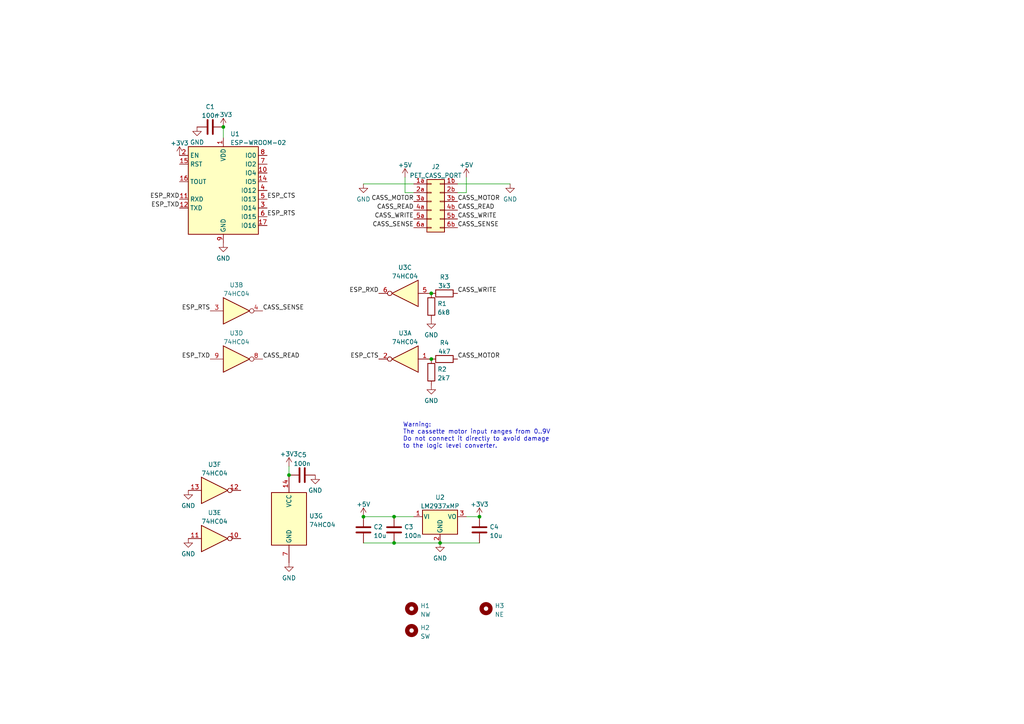
<source format=kicad_sch>
(kicad_sch (version 20211123) (generator eeschema)
  (paper "A4")
  (lib_symbols
    (symbol "74xx:74HC04"
      (property "Reference" "U" (at 0 1.27 0))
      (property "Value" "74HC04" (at 0 -1.27 0))
      (symbol "74HC04_1_0"
        (polyline (pts (xy -3.81 3.81) (xy -3.81 -3.81) (xy 3.81 0) (xy -3.81 3.81)) (stroke (width 0.254)) (fill (type background)))
        (pin input line (at -7.62 0 0) (length 3.81) (name "~") (number "1"))
        (pin output inverted (at 7.62 0 180) (length 3.81) (name "~") (number "2"))
      )
      (symbol "74HC04_2_0"
        (polyline (pts (xy -3.81 3.81) (xy -3.81 -3.81) (xy 3.81 0) (xy -3.81 3.81)) (stroke (width 0.254)) (fill (type background)))
        (pin input line (at -7.62 0 0) (length 3.81) (name "~") (number "3"))
        (pin output inverted (at 7.62 0 180) (length 3.81) (name "~") (number "4"))
      )
      (symbol "74HC04_3_0"
        (polyline (pts (xy -3.81 3.81) (xy -3.81 -3.81) (xy 3.81 0) (xy -3.81 3.81)) (stroke (width 0.254)) (fill (type background)))
        (pin input line (at -7.62 0 0) (length 3.81) (name "~") (number "5"))
        (pin output inverted (at 7.62 0 180) (length 3.81) (name "~") (number "6"))
      )
      (symbol "74HC04_4_0"
        (polyline (pts (xy -3.81 3.81) (xy -3.81 -3.81) (xy 3.81 0) (xy -3.81 3.81)) (stroke (width 0.254)) (fill (type background)))
        (pin output inverted (at 7.62 0 180) (length 3.81) (name "~") (number "8"))
        (pin input line (at -7.62 0 0) (length 3.81) (name "~") (number "9"))
      )
      (symbol "74HC04_5_0"
        (polyline (pts (xy -3.81 3.81) (xy -3.81 -3.81) (xy 3.81 0) (xy -3.81 3.81)) (stroke (width 0.254)) (fill (type background)))
        (pin output inverted (at 7.62 0 180) (length 3.81) (name "~") (number "10"))
        (pin input line (at -7.62 0 0) (length 3.81) (name "~") (number "11"))
      )
      (symbol "74HC04_6_0"
        (polyline (pts (xy -3.81 3.81) (xy -3.81 -3.81) (xy 3.81 0) (xy -3.81 3.81)) (stroke (width 0.254)) (fill (type background)))
        (pin output inverted (at 7.62 0 180) (length 3.81) (name "~") (number "12"))
        (pin input line (at -7.62 0 0) (length 3.81) (name "~") (number "13"))
      )
      (symbol "74HC04_7_0"
        (pin power_in line (at 0 12.7 270) (length 5.08) (name "VCC") (number "14"))
        (pin power_in line (at 0 -12.7 90) (length 5.08) (name "GND") (number "7"))
      )
      (symbol "74HC04_7_1"
        (rectangle (start -5.08 7.62) (end 5.08 -7.62) (stroke (width 0.254)) (fill (type background)))
      )
    )
    (symbol "Connector_Generic:Conn_02x06_Row_Letter_Last" (pin_names (offset 1.016) hide)
      (property "Reference" "J" (at 1.27 7.62 0))
      (property "Value" "Conn_02x06_Row_Letter_Last" (at 1.27 -10.16 0))
      (symbol "Conn_02x06_Row_Letter_Last_1_1"
        (rectangle (start -1.27 -7.493) (end 0 -7.747) (stroke (width 0.1524)))
        (rectangle (start -1.27 -4.953) (end 0 -5.207) (stroke (width 0.1524)))
        (rectangle (start -1.27 -2.413) (end 0 -2.667) (stroke (width 0.1524)))
        (rectangle (start -1.27 0.127) (end 0 -0.127) (stroke (width 0.1524)))
        (rectangle (start -1.27 2.667) (end 0 2.413) (stroke (width 0.1524)))
        (rectangle (start -1.27 5.207) (end 0 4.953) (stroke (width 0.1524)))
        (rectangle (start -1.27 6.35) (end 3.81 -8.89) (stroke (width 0.254)) (fill (type background)))
        (rectangle (start 3.81 -7.493) (end 2.54 -7.747) (stroke (width 0.1524)))
        (rectangle (start 3.81 -4.953) (end 2.54 -5.207) (stroke (width 0.1524)))
        (rectangle (start 3.81 -2.413) (end 2.54 -2.667) (stroke (width 0.1524)))
        (rectangle (start 3.81 0.127) (end 2.54 -0.127) (stroke (width 0.1524)))
        (rectangle (start 3.81 2.667) (end 2.54 2.413) (stroke (width 0.1524)))
        (rectangle (start 3.81 5.207) (end 2.54 4.953) (stroke (width 0.1524)))
        (pin passive line (at -5.08 5.08 0) (length 3.81) (name "Pin_1a") (number "1a"))
        (pin passive line (at 7.62 5.08 180) (length 3.81) (name "Pin_1b") (number "1b"))
        (pin passive line (at -5.08 2.54 0) (length 3.81) (name "Pin_2a") (number "2a"))
        (pin passive line (at 7.62 2.54 180) (length 3.81) (name "Pin_2b") (number "2b"))
        (pin passive line (at -5.08 0 0) (length 3.81) (name "Pin_3a") (number "3a"))
        (pin passive line (at 7.62 0 180) (length 3.81) (name "Pin_3b") (number "3b"))
        (pin passive line (at -5.08 -2.54 0) (length 3.81) (name "Pin_4a") (number "4a"))
        (pin passive line (at 7.62 -2.54 180) (length 3.81) (name "Pin_4b") (number "4b"))
        (pin passive line (at -5.08 -5.08 0) (length 3.81) (name "Pin_5a") (number "5a"))
        (pin passive line (at 7.62 -5.08 180) (length 3.81) (name "Pin_5b") (number "5b"))
        (pin passive line (at -5.08 -7.62 0) (length 3.81) (name "Pin_6a") (number "6a"))
        (pin passive line (at 7.62 -7.62 180) (length 3.81) (name "Pin_6b") (number "6b"))
      )
    )
    (symbol "Device:C" (pin_numbers hide) (pin_names (offset 0.254))
      (property "Reference" "C" (at 0.635 2.54 0))
      (property "Value" "C" (at 0.635 -2.54 0))
      (symbol "C_0_1"
        (polyline (pts (xy -2.032 -0.762) (xy 2.032 -0.762)) (stroke (width 0.508)))
        (polyline (pts (xy -2.032 0.762) (xy 2.032 0.762)) (stroke (width 0.508)))
      )
      (symbol "C_1_1"
        (pin passive line (at 0 3.81 270) (length 2.794) (name "~") (number "1"))
        (pin passive line (at 0 -3.81 90) (length 2.794) (name "~") (number "2"))
      )
    )
    (symbol "Device:R" (pin_numbers hide) (pin_names (offset 0))
      (property "Reference" "R" (at 2.032 0 90))
      (property "Value" "R" (at 0 0 90))
      (symbol "R_0_1"
        (rectangle (start -1.016 -2.54) (end 1.016 2.54) (stroke (width 0.254)))
      )
      (symbol "R_1_1"
        (pin passive line (at 0 3.81 270) (length 1.27) (name "~") (number "1"))
        (pin passive line (at 0 -3.81 90) (length 1.27) (name "~") (number "2"))
      )
    )
    (symbol "Mechanical:MountingHole" (pin_names (offset 1.016))
      (property "Reference" "H" (at 0 5.08 0))
      (property "Value" "MountingHole" (at 0 3.175 0))
      (symbol "MountingHole_0_1"
        (circle (center 0 0) (radius 1.27) (stroke (width 1.27)))
      )
    )
    (symbol "RF_Module:ESP-WROOM-02"
      (property "Reference" "U" (at -7.62 13.97 0))
      (property "Value" "ESP-WROOM-02" (at 10.16 13.97 0))
      (symbol "ESP-WROOM-02_0_1"
        (rectangle (start 10.16 12.7) (end -10.16 -12.7) (stroke (width 0.254)) (fill (type background)))
      )
      (symbol "ESP-WROOM-02_1_1"
        (pin power_in line (at 0 15.24 270) (length 2.54) (name "VDD") (number "1"))
        (pin bidirectional line (at 12.7 5.08 180) (length 2.54) (name "IO4") (number "10"))
        (pin bidirectional line (at -12.7 -2.54 0) (length 2.54) (name "RXD") (number "11"))
        (pin bidirectional line (at -12.7 -5.08 0) (length 2.54) (name "TXD") (number "12"))
        (pin passive line (at 0 -15.24 90) (length 2.54) hide (name "GND") (number "13"))
        (pin bidirectional line (at 12.7 2.54 180) (length 2.54) (name "IO5") (number "14"))
        (pin input line (at -12.7 7.62 0) (length 2.54) (name "RST") (number "15"))
        (pin input line (at -12.7 2.54 0) (length 2.54) (name "TOUT") (number "16"))
        (pin bidirectional line (at 12.7 -10.16 180) (length 2.54) (name "IO16") (number "17"))
        (pin passive line (at 0 -15.24 90) (length 2.54) hide (name "GND") (number "18"))
        (pin passive line (at 0 -15.24 90) (length 2.54) hide (name "GND") (number "19"))
        (pin input line (at -12.7 10.16 0) (length 2.54) (name "EN") (number "2"))
        (pin bidirectional line (at 12.7 -5.08 180) (length 2.54) (name "IO14") (number "3"))
        (pin bidirectional line (at 12.7 0 180) (length 2.54) (name "IO12") (number "4"))
        (pin bidirectional line (at 12.7 -2.54 180) (length 2.54) (name "IO13") (number "5"))
        (pin bidirectional line (at 12.7 -7.62 180) (length 2.54) (name "IO15") (number "6"))
        (pin bidirectional line (at 12.7 7.62 180) (length 2.54) (name "IO2") (number "7"))
        (pin bidirectional line (at 12.7 10.16 180) (length 2.54) (name "IO0") (number "8"))
        (pin power_in line (at 0 -15.24 90) (length 2.54) (name "GND") (number "9"))
      )
    )
    (symbol "Regulator_Linear:LM2937xMP" (pin_names (offset 0.254))
      (property "Reference" "U" (at -3.81 3.175 0))
      (property "Value" "LM2937xMP" (at 0 3.175 0))
      (symbol "LM2937xMP_0_1"
        (rectangle (start -5.08 -5.08) (end 5.08 1.905) (stroke (width 0.254)) (fill (type background)))
      )
      (symbol "LM2937xMP_1_1"
        (pin power_in line (at -7.62 0 0) (length 2.54) (name "VI") (number "1"))
        (pin power_in line (at 0 -7.62 90) (length 2.54) (name "GND") (number "2"))
        (pin power_out line (at 7.62 0 180) (length 2.54) (name "VO") (number "3"))
      )
    )
    (symbol "power:+3V3" (power) (pin_names (offset 0))
      (property "Value" "+3V3" (at 0 3.556 0))
      (symbol "+3V3_0_1"
        (polyline (pts (xy -0.762 1.27) (xy 0 2.54)))
        (polyline (pts (xy 0 0) (xy 0 2.54)))
        (polyline (pts (xy 0 2.54) (xy 0.762 1.27)))
      )
      (symbol "+3V3_1_1"
        (pin power_in line (at 0 0 90) (length 0) hide (name "+3V3") (number "1"))
      )
    )
    (symbol "power:+5V" (power) (pin_names (offset 0))
      (property "Value" "+5V" (at 0 3.556 0))
      (symbol "+5V_0_1"
        (polyline (pts (xy -0.762 1.27) (xy 0 2.54)))
        (polyline (pts (xy 0 0) (xy 0 2.54)))
        (polyline (pts (xy 0 2.54) (xy 0.762 1.27)))
      )
      (symbol "+5V_1_1"
        (pin power_in line (at 0 0 90) (length 0) hide (name "+5V") (number "1"))
      )
    )
    (symbol "power:GND" (power) (pin_names (offset 0))
      (property "Value" "GND" (at 0 -3.81 0))
      (symbol "GND_0_1"
        (polyline (pts (xy 0 0) (xy 0 -1.27) (xy 1.27 -1.27) (xy 0 -2.54) (xy -1.27 -1.27) (xy 0 -1.27)))
      )
      (symbol "GND_1_1"
        (pin power_in line (at 0 0 270) (length 0) hide (name "GND") (number "1"))
      )
    )
  )
  (junction (at 127.635 157.48))
  (junction (at 83.82 137.795))
  (junction (at 114.3 149.86))
  (junction (at 114.3 157.48))
  (junction (at 125.095 85.09))
  (junction (at 139.065 149.86))
  (junction (at 105.41 149.86))
  (junction (at 125.095 104.14))
  (junction (at 64.77 36.83))
  (wire (pts (xy 105.41 149.86) (xy 114.3 149.86)))
  (wire (pts (xy 105.41 157.48) (xy 114.3 157.48)))
  (wire (pts (xy 83.82 137.795) (xy 83.82 135.255)))
  (wire (pts (xy 135.255 149.86) (xy 139.065 149.86)))
  (wire (pts (xy 120.015 55.88) (xy 117.475 55.88)))
  (wire (pts (xy 64.77 36.83) (xy 64.77 40.005)))
  (wire (pts (xy 114.3 157.48) (xy 127.635 157.48)))
  (wire (pts (xy 105.41 53.34) (xy 120.015 53.34)))
  (wire (pts (xy 127.635 157.48) (xy 139.065 157.48)))
  (wire (pts (xy 117.475 51.435) (xy 117.475 55.88)))
  (wire (pts (xy 132.715 53.34) (xy 147.955 53.34)))
  (wire (pts (xy 114.3 149.86) (xy 120.015 149.86)))
  (wire (pts (xy 135.255 55.88) (xy 135.255 51.435)))
  (wire (pts (xy 132.715 55.88) (xy 135.255 55.88)))
  (text "Warning:\nThe cassette motor input ranges from 0..9V\nDo not connect it directly to avoid damage\nto the logic level converter." (at 116.84 130.175 0) (effects (font (size 1.27 1.27)) (justify left bottom)))
  (label "CASS_WRITE" (at 132.715 63.5 0))
  (label "ESP_RXD" (at 109.855 85.09 180))
  (label "ESP_RXD" (at 52.07 57.785 180))
  (label "CASS_READ" (at 120.015 60.96 180))
  (label "ESP_CTS" (at 77.47 57.785 0))
  (label "ESP_RTS" (at 77.47 62.865 0))
  (label "CASS_SENSE" (at 76.2 90.17 0))
  (label "CASS_MOTOR" (at 120.015 58.42 180))
  (label "ESP_TXD" (at 52.07 60.325 180))
  (label "ESP_RTS" (at 60.96 90.17 180))
  (label "CASS_SENSE" (at 120.015 66.04 180))
  (label "CASS_WRITE" (at 120.015 63.5 180))
  (label "CASS_WRITE" (at 132.715 85.09 0))
  (label "CASS_READ" (at 132.715 60.96 0))
  (label "CASS_MOTOR" (at 132.715 58.42 0))
  (label "CASS_READ" (at 76.2 104.14 0))
  (label "CASS_MOTOR" (at 132.715 104.14 0))
  (label "ESP_TXD" (at 60.96 104.14 180))
  (label "CASS_SENSE" (at 132.715 66.04 0))
  (label "ESP_CTS" (at 109.855 104.14 180))
  (symbol (lib_id "74xx:74HC04") (at 62.23 156.21 0) (unit 5)
    (property "Reference" "U3" (at 62.23 148.7002 0))
    (property "Value" "74HC04" (at 62.23 151.2371 0))
    (property "Footprint" "Package_SO:SOIC-14_3.9x8.7mm_P1.27mm" (effects hide))
    (property "Datasheet" "https://assets.nexperia.com/documents/data-sheet/74HC_HCT04.pdf" (effects hide))
  )
  (symbol (lib_id "Device:R") (at 125.095 107.95 180) (unit 1)
    (property "Reference" "R2" (at 126.873 107.1153 0) (effects (justify right)))
    (property "Value" "2k7" (at 126.873 109.6522 0) (effects (justify right)))
    (property "Footprint" "Resistor_SMD:R_0805_2012Metric" (effects hide))
  )
  (symbol (lib_id "power:+3V3") (at 83.82 135.255 0) (unit 1)
    (property "Reference" "#PWR0109" (effects hide))
    (property "Value" "+3V3" (at 83.82 131.6792 0))
  )
  (symbol (lib_id "Device:C") (at 114.3 153.67 0) (unit 1)
    (property "Reference" "C3" (at 117.221 152.8353 0) (effects (justify left)))
    (property "Value" "100n" (at 117.221 155.3722 0) (effects (justify left)))
    (property "Footprint" "Capacitor_SMD:C_0805_2012Metric" (effects hide))
  )
  (symbol (lib_id "Mechanical:MountingHole") (at 140.97 176.53 0) (unit 1)
    (property "Reference" "H3" (at 143.51 175.6953 0) (effects (justify left)))
    (property "Value" "NE" (at 143.51 178.2322 0) (effects (justify left)))
    (property "Footprint" "MountingHole:MountingHole_3.2mm_M3_ISO7380" (effects hide))
  )
  (symbol (lib_id "power:GND") (at 64.77 70.485 0) (unit 1)
    (property "Reference" "#PWR0106" (effects hide))
    (property "Value" "GND" (at 64.77 74.9284 0))
  )
  (symbol (lib_id "power:GND") (at 57.15 36.83 0) (unit 1)
    (property "Reference" "#PWR0101" (effects hide))
    (property "Value" "GND" (at 57.15 41.2734 0))
  )
  (symbol (lib_id "Device:C") (at 105.41 153.67 0) (unit 1)
    (property "Reference" "C2" (at 108.331 152.8353 0) (effects (justify left)))
    (property "Value" "10u" (at 108.331 155.3722 0) (effects (justify left)))
    (property "Footprint" "Capacitor_SMD:C_0805_2012Metric" (effects hide))
  )
  (symbol (lib_id "Device:R") (at 125.095 88.9 180) (unit 1)
    (property "Reference" "R1" (at 126.873 88.0653 0) (effects (justify right)))
    (property "Value" "6k8" (at 126.873 90.6022 0) (effects (justify right)))
    (property "Footprint" "Resistor_SMD:R_0805_2012Metric" (effects hide))
  )
  (symbol (lib_id "Regulator_Linear:LM2937xMP") (at 127.635 149.86 0) (unit 1)
    (property "Reference" "U2" (at 127.635 144.2552 0))
    (property "Value" "LM2937xMP" (at 127.635 146.7921 0))
    (property "Footprint" "Package_TO_SOT_SMD:SOT-223-3_TabPin2" (effects hide))
    (property "Datasheet" "http://www.ti.com/lit/ds/symlink/lm2937.pdf" (effects hide))
  )
  (symbol (lib_id "74xx:74HC04") (at 68.58 104.14 0) (unit 4)
    (property "Reference" "U3" (at 68.58 96.6302 0))
    (property "Value" "74HC04" (at 68.58 99.1671 0))
    (property "Footprint" "Package_SO:SOIC-14_3.9x8.7mm_P1.27mm" (effects hide))
    (property "Datasheet" "https://assets.nexperia.com/documents/data-sheet/74HC_HCT04.pdf" (effects hide))
  )
  (symbol (lib_id "74xx:74HC04") (at 117.475 85.09 180) (unit 3)
    (property "Reference" "U3" (at 117.475 77.5802 0))
    (property "Value" "74HC04" (at 117.475 80.1171 0))
    (property "Footprint" "Package_SO:SOIC-14_3.9x8.7mm_P1.27mm" (effects hide))
    (property "Datasheet" "https://assets.nexperia.com/documents/data-sheet/74HC_HCT04.pdf" (effects hide))
  )
  (symbol (lib_id "power:GND") (at 147.955 53.34 0) (unit 1)
    (property "Reference" "#PWR0114" (effects hide))
    (property "Value" "GND" (at 147.955 57.7834 0))
  )
  (symbol (lib_id "power:+3V3") (at 139.065 149.86 0) (unit 1)
    (property "Reference" "#PWR0105" (effects hide))
    (property "Value" "+3V3" (at 139.065 146.2842 0))
  )
  (symbol (lib_id "74xx:74HC04") (at 117.475 104.14 180) (unit 1)
    (property "Reference" "U3" (at 117.475 96.6302 0))
    (property "Value" "74HC04" (at 117.475 99.1671 0))
    (property "Footprint" "Package_SO:SOIC-14_3.9x8.7mm_P1.27mm" (effects hide))
    (property "Datasheet" "https://assets.nexperia.com/documents/data-sheet/74HC_HCT04.pdf" (effects hide))
  )
  (symbol (lib_id "power:+3V3") (at 52.07 45.085 0) (unit 1)
    (property "Reference" "#PWR0117" (effects hide))
    (property "Value" "+3V3" (at 52.07 41.5092 0))
  )
  (symbol (lib_id "Mechanical:MountingHole") (at 119.38 182.88 0) (unit 1)
    (property "Reference" "H2" (at 121.92 182.0453 0) (effects (justify left)))
    (property "Value" "SW" (at 121.92 184.5822 0) (effects (justify left)))
    (property "Footprint" "MountingHole:MountingHole_3.2mm_M3_ISO7380" (effects hide))
  )
  (symbol (lib_id "Device:C") (at 139.065 153.67 0) (unit 1)
    (property "Reference" "C4" (at 141.986 152.8353 0) (effects (justify left)))
    (property "Value" "10u" (at 141.986 155.3722 0) (effects (justify left)))
    (property "Footprint" "Capacitor_SMD:C_0805_2012Metric" (effects hide))
  )
  (symbol (lib_id "power:GND") (at 125.095 92.71 0) (unit 1)
    (property "Reference" "#PWR0107" (effects hide))
    (property "Value" "GND" (at 125.095 97.1534 0))
  )
  (symbol (lib_id "power:GND") (at 54.61 142.24 0) (unit 1)
    (property "Reference" "#PWR0118" (effects hide))
    (property "Value" "GND" (at 54.61 146.6834 0))
  )
  (symbol (lib_id "power:GND") (at 54.61 156.21 0) (unit 1)
    (property "Reference" "#PWR0116" (effects hide))
    (property "Value" "GND" (at 54.61 160.6534 0))
  )
  (symbol (lib_id "power:GND") (at 105.41 53.34 0) (unit 1)
    (property "Reference" "#PWR0110" (effects hide))
    (property "Value" "GND" (at 105.41 57.7834 0))
  )
  (symbol (lib_id "power:+3V3") (at 64.77 36.83 0) (unit 1)
    (property "Reference" "#PWR0102" (effects hide))
    (property "Value" "+3V3" (at 64.77 33.2542 0))
  )
  (symbol (lib_id "power:GND") (at 125.095 111.76 0) (unit 1)
    (property "Reference" "#PWR0108" (effects hide))
    (property "Value" "GND" (at 125.095 116.2034 0))
  )
  (symbol (lib_id "power:GND") (at 91.44 137.795 0) (unit 1)
    (property "Reference" "#PWR0111" (effects hide))
    (property "Value" "GND" (at 91.44 142.2384 0))
  )
  (symbol (lib_id "Connector_Generic:Conn_02x06_Row_Letter_Last") (at 125.095 58.42 0) (unit 1)
    (property "Reference" "J2" (at 126.365 48.3702 0))
    (property "Value" "PET_CASS_PORT" (at 126.365 50.9071 0))
    (property "Footprint" "onitake:Sullins_EBM06DRAN_2x06_P3.96mm_Female_Card_Edge_Right_Angle" (effects hide))
  )
  (symbol (lib_id "power:GND") (at 127.635 157.48 0) (unit 1)
    (property "Reference" "#PWR0104" (effects hide))
    (property "Value" "GND" (at 127.635 161.9234 0))
  )
  (symbol (lib_id "RF_Module:ESP-WROOM-02") (at 64.77 55.245 0) (unit 1)
    (property "Reference" "U1" (at 66.7894 38.8452 0) (effects (justify left)))
    (property "Value" "ESP-WROOM-02" (at 66.7894 41.3821 0) (effects (justify left)))
    (property "Footprint" "RF_Module:ESP-WROOM-02" (effects hide))
    (property "Datasheet" "https://www.espressif.com/sites/default/files/documentation/0c-esp-wroom-02_datasheet_en.pdf" (effects hide))
  )
  (symbol (lib_id "Device:R") (at 128.905 104.14 270) (unit 1)
    (property "Reference" "R4" (at 128.905 99.4242 90))
    (property "Value" "4k7" (at 128.905 101.9611 90))
    (property "Footprint" "Resistor_SMD:R_0805_2012Metric" (effects hide))
  )
  (symbol (lib_id "Device:C") (at 87.63 137.795 90) (unit 1)
    (property "Reference" "C5" (at 87.63 131.9362 90))
    (property "Value" "100n" (at 87.63 134.4731 90))
    (property "Footprint" "Capacitor_SMD:C_0805_2012Metric" (effects hide))
  )
  (symbol (lib_id "power:+5V") (at 105.41 149.86 0) (unit 1)
    (property "Reference" "#PWR0103" (effects hide))
    (property "Value" "+5V" (at 105.41 146.2842 0))
  )
  (symbol (lib_id "power:+5V") (at 135.255 51.435 0) (unit 1)
    (property "Reference" "#PWR0115" (effects hide))
    (property "Value" "+5V" (at 135.255 47.8592 0))
  )
  (symbol (lib_id "power:GND") (at 83.82 163.195 0) (unit 1)
    (property "Reference" "#PWR0112" (effects hide))
    (property "Value" "GND" (at 83.82 167.6384 0))
  )
  (symbol (lib_id "Device:R") (at 128.905 85.09 270) (unit 1)
    (property "Reference" "R3" (at 128.905 80.3742 90))
    (property "Value" "3k3" (at 128.905 82.9111 90))
    (property "Footprint" "Resistor_SMD:R_0805_2012Metric" (effects hide))
  )
  (symbol (lib_id "74xx:74HC04") (at 83.82 150.495 0) (unit 7)
    (property "Reference" "U3" (at 89.662 149.6603 0) (effects (justify left)))
    (property "Value" "74HC04" (at 89.662 152.1972 0) (effects (justify left)))
    (property "Footprint" "Package_SO:SOIC-14_3.9x8.7mm_P1.27mm" (effects hide))
    (property "Datasheet" "https://assets.nexperia.com/documents/data-sheet/74HC_HCT04.pdf" (effects hide))
  )
  (symbol (lib_id "Mechanical:MountingHole") (at 119.38 176.53 0) (unit 1)
    (property "Reference" "H1" (at 121.92 175.6953 0) (effects (justify left)))
    (property "Value" "NW" (at 121.92 178.2322 0) (effects (justify left)))
    (property "Footprint" "MountingHole:MountingHole_3.2mm_M3_ISO7380" (effects hide))
  )
  (symbol (lib_id "Device:C") (at 60.96 36.83 90) (unit 1)
    (property "Reference" "C1" (at 60.96 30.9712 90))
    (property "Value" "100n" (at 60.96 33.5081 90))
    (property "Footprint" "Capacitor_SMD:C_0805_2012Metric" (effects hide))
  )
  (symbol (lib_id "power:+5V") (at 117.475 51.435 0) (unit 1)
    (property "Reference" "#PWR0113" (effects hide))
    (property "Value" "+5V" (at 117.475 47.8592 0))
  )
  (symbol (lib_id "74xx:74HC04") (at 68.58 90.17 0) (unit 2)
    (property "Reference" "U3" (at 68.58 82.6602 0))
    (property "Value" "74HC04" (at 68.58 85.1971 0))
    (property "Footprint" "Package_SO:SOIC-14_3.9x8.7mm_P1.27mm" (effects hide))
    (property "Datasheet" "https://assets.nexperia.com/documents/data-sheet/74HC_HCT04.pdf" (effects hide))
  )
  (symbol (lib_id "74xx:74HC04") (at 62.23 142.24 0) (unit 6)
    (property "Reference" "U3" (at 62.23 134.7302 0))
    (property "Value" "74HC04" (at 62.23 137.2671 0))
    (property "Footprint" "Package_SO:SOIC-14_3.9x8.7mm_P1.27mm" (effects hide))
    (property "Datasheet" "https://assets.nexperia.com/documents/data-sheet/74HC_HCT04.pdf" (effects hide))
  )
)
</source>
